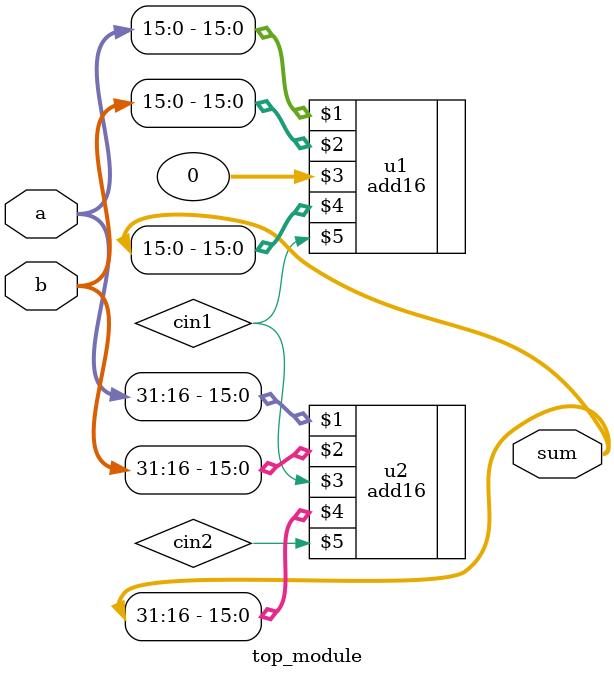
<source format=v>
module top_module(
    input [31:0] a,
    input [31:0] b,
    output [31:0] sum
);

    wire cin1, cin2;

    add16 u1(a[15:0], b[15:0], 0   , sum[15:0], cin1);
    add16 u2(a[31:16],b[31:16],cin1,sum[31:16],cin2);

endmodule
// there is a module add16(input[15:0] a, input[15:0] b, input cin, output[15:
// 0] sum, output cout );

</source>
